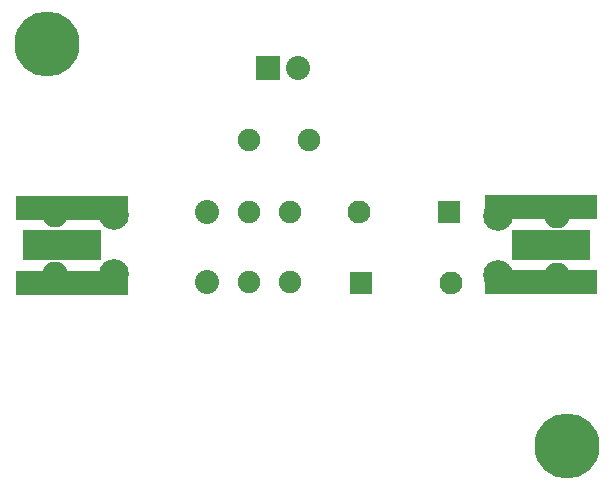
<source format=gbs>
G04 #@! TF.FileFunction,Soldermask,Bot*
%FSLAX45Y45*%
G04 Gerber Fmt 4.5, Leading zero omitted, Abs format (unit mm)*
G04 Created by KiCad (PCBNEW (2015-01-25 BZR 5388)-product) date Mo 03 Aug 2015 14:15:33 CEST*
%MOMM*%
G01*
G04 APERTURE LIST*
%ADD10C,0.150000*%
%ADD11C,5.509260*%
%ADD12R,2.032000X2.032000*%
%ADD13C,2.032000*%
%ADD14R,1.930400X1.930400*%
%ADD15C,1.930400*%
%ADD16C,1.905000*%
%ADD17R,9.507220X2.032000*%
%ADD18R,6.604000X2.506980*%
%ADD19C,2.506980*%
%ADD20C,2.108200*%
G04 APERTURE END LIST*
D10*
D11*
X17100042Y-9900158D03*
X12700000Y-6499860D03*
D12*
X14568932Y-6703060D03*
D13*
X14822932Y-6703060D03*
D14*
X15356078Y-8520938D03*
D15*
X16118078Y-8520938D03*
D14*
X16102076Y-7919974D03*
D15*
X15340076Y-7919974D03*
D16*
X14409928Y-7311898D03*
X14917928Y-7311898D03*
D13*
X14056868Y-7916926D03*
X14056868Y-8516874D03*
D16*
X14406880Y-7916926D03*
X14406880Y-8516874D03*
X14756892Y-7916926D03*
X14756892Y-8516874D03*
D17*
X12910074Y-8519484D03*
X12910074Y-7887024D03*
D18*
X12826000Y-8203000D03*
D19*
X13020056Y-8197920D03*
D20*
X12770120Y-7947984D03*
X12770120Y-8448110D03*
D19*
X13269992Y-8448110D03*
X13269992Y-7947984D03*
D17*
X16879926Y-7880516D03*
X16879926Y-8512976D03*
D18*
X16964000Y-8197000D03*
D19*
X16769944Y-8202080D03*
D20*
X17019880Y-8452016D03*
X17019880Y-7951890D03*
D19*
X16520008Y-7951890D03*
X16520008Y-8452016D03*
M02*

</source>
